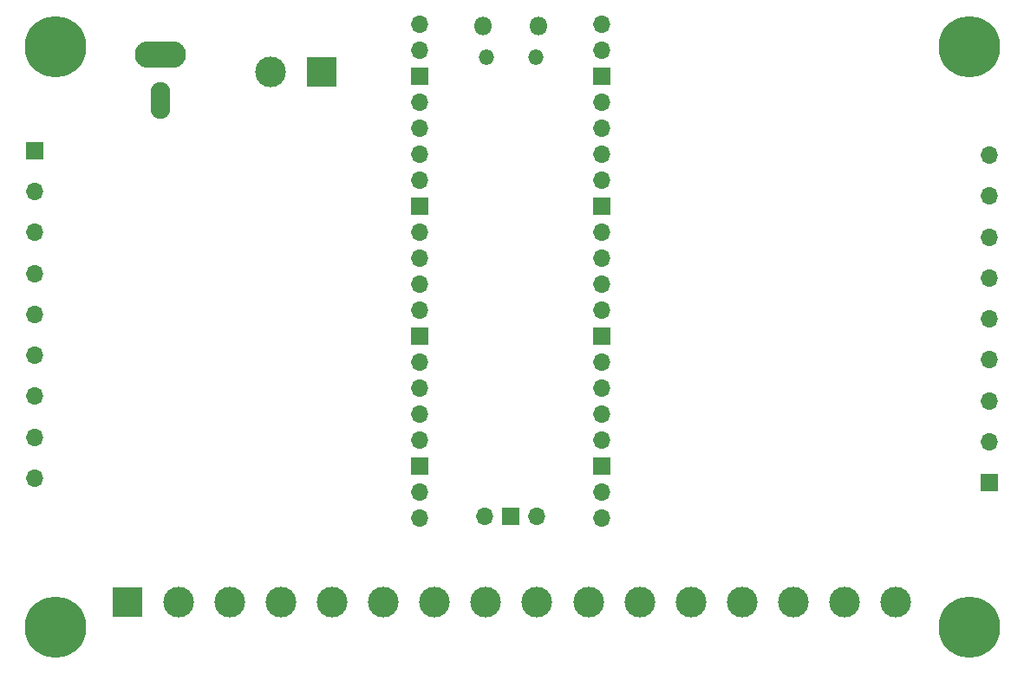
<source format=gbr>
%TF.GenerationSoftware,KiCad,Pcbnew,8.0.1*%
%TF.CreationDate,2024-07-17T22:43:04+10:00*%
%TF.ProjectId,psx,7073782e-6b69-4636-9164-5f7063625858,rev?*%
%TF.SameCoordinates,Original*%
%TF.FileFunction,Soldermask,Bot*%
%TF.FilePolarity,Negative*%
%FSLAX46Y46*%
G04 Gerber Fmt 4.6, Leading zero omitted, Abs format (unit mm)*
G04 Created by KiCad (PCBNEW 8.0.1) date 2024-07-17 22:43:04*
%MOMM*%
%LPD*%
G01*
G04 APERTURE LIST*
%ADD10R,3.000000X3.000000*%
%ADD11C,3.000000*%
%ADD12C,6.000000*%
%ADD13O,1.800000X1.800000*%
%ADD14O,1.500000X1.500000*%
%ADD15O,1.700000X1.700000*%
%ADD16R,1.700000X1.700000*%
%ADD17O,5.004000X2.604000*%
%ADD18O,1.904000X3.604000*%
G04 APERTURE END LIST*
D10*
%TO.C,J4*%
X137500000Y-64500000D03*
D11*
X132500000Y-64500000D03*
%TD*%
D12*
%TO.C,H2*%
X200750000Y-62000000D03*
%TD*%
D13*
%TO.C,U2*%
X153275000Y-59970000D03*
D14*
X153575000Y-63000000D03*
X158425000Y-63000000D03*
D13*
X158725000Y-59970000D03*
D15*
X147110000Y-59840000D03*
X147110000Y-62380000D03*
D16*
X147110000Y-64920000D03*
D15*
X147110000Y-67460000D03*
X147110000Y-70000000D03*
X147110000Y-72540000D03*
X147110000Y-75080000D03*
D16*
X147110000Y-77620000D03*
D15*
X147110000Y-80160000D03*
X147110000Y-82700000D03*
X147110000Y-85240000D03*
X147110000Y-87780000D03*
D16*
X147110000Y-90320000D03*
D15*
X147110000Y-92860000D03*
X147110000Y-95400000D03*
X147110000Y-97940000D03*
X147110000Y-100480000D03*
D16*
X147110000Y-103020000D03*
D15*
X147110000Y-105560000D03*
X147110000Y-108100000D03*
X164890000Y-108100000D03*
X164890000Y-105560000D03*
D16*
X164890000Y-103020000D03*
D15*
X164890000Y-100480000D03*
X164890000Y-97940000D03*
X164890000Y-95400000D03*
X164890000Y-92860000D03*
D16*
X164890000Y-90320000D03*
D15*
X164890000Y-87780000D03*
X164890000Y-85240000D03*
X164890000Y-82700000D03*
X164890000Y-80160000D03*
D16*
X164890000Y-77620000D03*
D15*
X164890000Y-75080000D03*
X164890000Y-72540000D03*
X164890000Y-70000000D03*
X164890000Y-67460000D03*
D16*
X164890000Y-64920000D03*
D15*
X164890000Y-62380000D03*
X164890000Y-59840000D03*
X153460000Y-107870000D03*
D16*
X156000000Y-107870000D03*
D15*
X158540000Y-107870000D03*
%TD*%
D12*
%TO.C,H4*%
X200750000Y-118750000D03*
%TD*%
%TO.C,H1*%
X111500000Y-62000000D03*
%TD*%
D10*
%TO.C,J2*%
X118567500Y-116250000D03*
D11*
X123567500Y-116250000D03*
X128567500Y-116250000D03*
X133567500Y-116250000D03*
X138567500Y-116250000D03*
X143567500Y-116250000D03*
X148567500Y-116250000D03*
X153567500Y-116250000D03*
X158567500Y-116250000D03*
X163567500Y-116250000D03*
X168567500Y-116250000D03*
X173567500Y-116250000D03*
X178567500Y-116250000D03*
X183567500Y-116250000D03*
X188567500Y-116250000D03*
X193567500Y-116250000D03*
%TD*%
D12*
%TO.C,H3*%
X111500000Y-118750000D03*
%TD*%
D16*
%TO.C,J3*%
X202725000Y-104611666D03*
D15*
X202725000Y-100611666D03*
X202725000Y-96611666D03*
X202725000Y-92611666D03*
X202725000Y-88611666D03*
X202725000Y-84611666D03*
X202725000Y-80611666D03*
X202725000Y-76611666D03*
X202725000Y-72611666D03*
%TD*%
D17*
%TO.C,J5*%
X121750000Y-62750000D03*
D18*
X121750000Y-67250001D03*
%TD*%
D16*
%TO.C,J1*%
X109499999Y-72176666D03*
D15*
X109500000Y-76176667D03*
X109500000Y-80176666D03*
X109500000Y-84176666D03*
X109500000Y-88176666D03*
X109500000Y-92176666D03*
X109500000Y-96176666D03*
X109500000Y-100176665D03*
X109499999Y-104176666D03*
%TD*%
M02*

</source>
